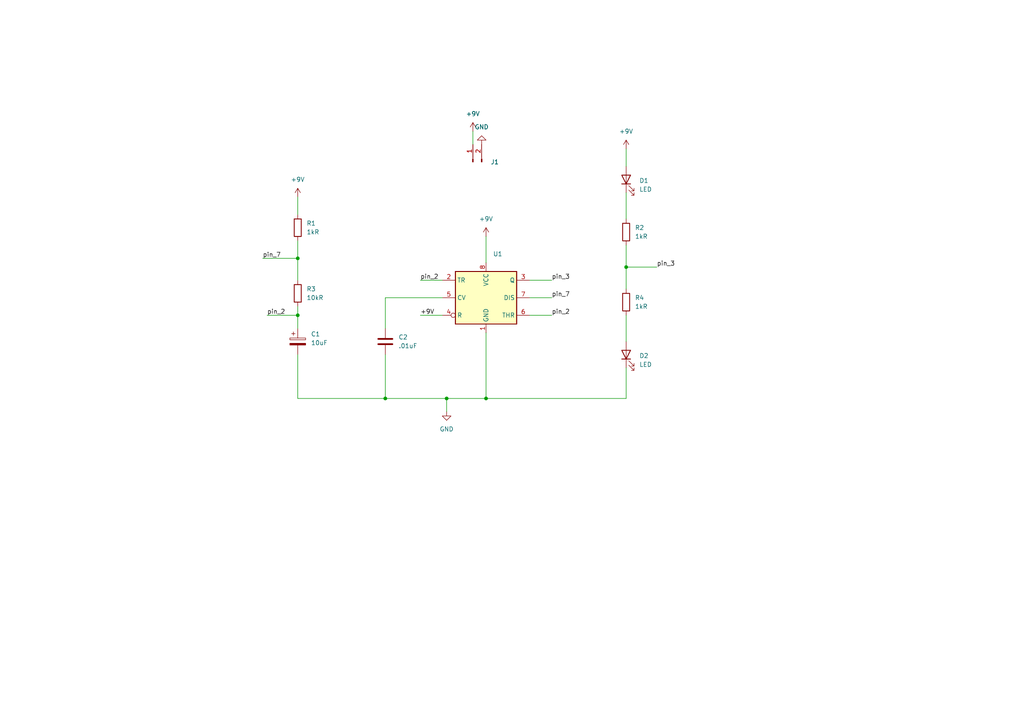
<source format=kicad_sch>
(kicad_sch (version 20211123) (generator eeschema)
  (paper "A4")
  (title_block (title "Lab 4 Exercise 2"))
  (lib_symbols
    (symbol "Connector:Conn_01x02_Male" (pin_names (offset 1.016) hide)
      (property "Reference" "J" (at 0 2.54 0))
      (property "Value" "Conn_01x02_Male" (at 0 -5.08 0))
      (symbol "Conn_01x02_Male_1_1"
        (polyline (pts (xy 1.27 -2.54) (xy 0.8636 -2.54)) (stroke (width 0.1524)))
        (polyline (pts (xy 1.27 0) (xy 0.8636 0)) (stroke (width 0.1524)))
        (rectangle (start 0.8636 -2.413) (end 0 -2.667) (stroke (width 0.1524)) (fill (type outline)))
        (rectangle (start 0.8636 0.127) (end 0 -0.127) (stroke (width 0.1524)) (fill (type outline)))
        (pin passive line (at 5.08 0 180) (length 3.81) (name "Pin_1") (number "1"))
        (pin passive line (at 5.08 -2.54 180) (length 3.81) (name "Pin_2") (number "2"))
      )
    )
    (symbol "Device:C" (pin_numbers hide) (pin_names (offset 0.254))
      (property "Reference" "C" (at 0.635 2.54 0))
      (property "Value" "C" (at 0.635 -2.54 0))
      (symbol "C_0_1"
        (polyline (pts (xy -2.032 -0.762) (xy 2.032 -0.762)) (stroke (width 0.508)))
        (polyline (pts (xy -2.032 0.762) (xy 2.032 0.762)) (stroke (width 0.508)))
      )
      (symbol "C_1_1"
        (pin passive line (at 0 3.81 270) (length 2.794) (name "~") (number "1"))
        (pin passive line (at 0 -3.81 90) (length 2.794) (name "~") (number "2"))
      )
    )
    (symbol "Device:C_Polarized" (pin_numbers hide) (pin_names (offset 0.254))
      (property "Reference" "C" (at 0.635 2.54 0))
      (property "Value" "C_Polarized" (at 0.635 -2.54 0))
      (symbol "C_Polarized_0_1"
        (rectangle (start -2.286 0.508) (end 2.286 1.016))
        (polyline (pts (xy -1.778 2.286) (xy -0.762 2.286)))
        (polyline (pts (xy -1.27 2.794) (xy -1.27 1.778)))
        (rectangle (start 2.286 -0.508) (end -2.286 -1.016) (fill (type outline)))
      )
      (symbol "C_Polarized_1_1"
        (pin passive line (at 0 3.81 270) (length 2.794) (name "~") (number "1"))
        (pin passive line (at 0 -3.81 90) (length 2.794) (name "~") (number "2"))
      )
    )
    (symbol "Device:LED" (pin_numbers hide) (pin_names (offset 1.016) hide)
      (property "Reference" "D" (at 0 2.54 0))
      (property "Value" "LED" (at 0 -2.54 0))
      (symbol "LED_0_1"
        (polyline (pts (xy -1.27 -1.27) (xy -1.27 1.27)) (stroke (width 0.254)))
        (polyline (pts (xy -1.27 0) (xy 1.27 0)))
        (polyline (pts (xy 1.27 -1.27) (xy 1.27 1.27) (xy -1.27 0) (xy 1.27 -1.27)) (stroke (width 0.254)))
        (polyline (pts (xy -3.048 -0.762) (xy -4.572 -2.286) (xy -3.81 -2.286) (xy -4.572 -2.286) (xy -4.572 -1.524)))
        (polyline (pts (xy -1.778 -0.762) (xy -3.302 -2.286) (xy -2.54 -2.286) (xy -3.302 -2.286) (xy -3.302 -1.524)))
      )
      (symbol "LED_1_1"
        (pin passive line (at -3.81 0 0) (length 2.54) (name "K") (number "1"))
        (pin passive line (at 3.81 0 180) (length 2.54) (name "A") (number "2"))
      )
    )
    (symbol "Device:R" (pin_numbers hide) (pin_names (offset 0))
      (property "Reference" "R" (at 2.032 0 90))
      (property "Value" "R" (at 0 0 90))
      (symbol "R_0_1"
        (rectangle (start -1.016 -2.54) (end 1.016 2.54) (stroke (width 0.254)))
      )
      (symbol "R_1_1"
        (pin passive line (at 0 3.81 270) (length 1.27) (name "~") (number "1"))
        (pin passive line (at 0 -3.81 90) (length 1.27) (name "~") (number "2"))
      )
    )
    (symbol "Timer:NE555D"
      (property "Reference" "U" (at -10.16 8.89 0))
      (property "Value" "NE555D" (at 2.54 8.89 0))
      (symbol "NE555D_0_0"
        (pin power_in line (at 0 -10.16 90) (length 2.54) (name "GND") (number "1"))
        (pin power_in line (at 0 10.16 270) (length 2.54) (name "VCC") (number "8"))
      )
      (symbol "NE555D_0_1"
        (rectangle (start -8.89 -7.62) (end 8.89 7.62) (stroke (width 0.254)) (fill (type background)))
        (rectangle (start -8.89 -7.62) (end 8.89 7.62) (stroke (width 0.254)) (fill (type background)))
      )
      (symbol "NE555D_1_1"
        (pin input line (at -12.7 5.08 0) (length 3.81) (name "TR") (number "2"))
        (pin output line (at 12.7 5.08 180) (length 3.81) (name "Q") (number "3"))
        (pin input inverted (at -12.7 -5.08 0) (length 3.81) (name "R") (number "4"))
        (pin input line (at -12.7 0 0) (length 3.81) (name "CV") (number "5"))
        (pin input line (at 12.7 -5.08 180) (length 3.81) (name "THR") (number "6"))
        (pin input line (at 12.7 0 180) (length 3.81) (name "DIS") (number "7"))
      )
    )
    (symbol "power:+9V" (power) (pin_names (offset 0))
      (property "Value" "+9V" (at 0 3.556 0))
      (symbol "+9V_0_1"
        (polyline (pts (xy -0.762 1.27) (xy 0 2.54)))
        (polyline (pts (xy 0 0) (xy 0 2.54)))
        (polyline (pts (xy 0 2.54) (xy 0.762 1.27)))
      )
      (symbol "+9V_1_1"
        (pin power_in line (at 0 0 90) (length 0) hide (name "+9V") (number "1"))
      )
    )
    (symbol "power:GND" (power) (pin_names (offset 0))
      (property "Value" "GND" (at 0 -3.81 0))
      (symbol "GND_0_1"
        (polyline (pts (xy 0 0) (xy 0 -1.27) (xy 1.27 -1.27) (xy 0 -2.54) (xy -1.27 -1.27) (xy 0 -1.27)))
      )
      (symbol "GND_1_1"
        (pin power_in line (at 0 0 270) (length 0) hide (name "GND") (number "1"))
      )
    )
  )
  (junction (at 86.36 74.93))
  (junction (at 111.76 115.57))
  (junction (at 86.36 91.44))
  (junction (at 140.97 115.57))
  (junction (at 181.61 77.47))
  (junction (at 129.54 115.57))
  (wire (pts (xy 140.97 68.58) (xy 140.97 76.2)))
  (wire (pts (xy 181.61 91.44) (xy 181.61 99.06)))
  (wire (pts (xy 129.54 115.57) (xy 111.76 115.57)))
  (wire (pts (xy 121.92 81.28) (xy 128.27 81.28)))
  (wire (pts (xy 111.76 115.57) (xy 111.76 102.87)))
  (wire (pts (xy 86.36 91.44) (xy 86.36 95.25)))
  (wire (pts (xy 181.61 77.47) (xy 190.5 77.47)))
  (wire (pts (xy 111.76 115.57) (xy 86.36 115.57)))
  (wire (pts (xy 181.61 55.88) (xy 181.61 63.5)))
  (wire (pts (xy 181.61 106.68) (xy 181.61 115.57)))
  (wire (pts (xy 153.67 91.44) (xy 160.02 91.44)))
  (wire (pts (xy 140.97 96.52) (xy 140.97 115.57)))
  (wire (pts (xy 181.61 71.12) (xy 181.61 77.47)))
  (wire (pts (xy 76.2 74.93) (xy 86.36 74.93)))
  (wire (pts (xy 86.36 115.57) (xy 86.36 102.87)))
  (wire (pts (xy 140.97 115.57) (xy 129.54 115.57)))
  (wire (pts (xy 86.36 57.15) (xy 86.36 62.23)))
  (wire (pts (xy 111.76 86.36) (xy 111.76 95.25)))
  (wire (pts (xy 86.36 74.93) (xy 86.36 81.28)))
  (wire (pts (xy 137.16 38.1) (xy 137.16 41.91)))
  (wire (pts (xy 128.27 86.36) (xy 111.76 86.36)))
  (wire (pts (xy 129.54 115.57) (xy 129.54 119.38)))
  (wire (pts (xy 121.92 91.44) (xy 128.27 91.44)))
  (wire (pts (xy 181.61 77.47) (xy 181.61 83.82)))
  (wire (pts (xy 153.67 86.36) (xy 160.02 86.36)))
  (wire (pts (xy 77.47 91.44) (xy 86.36 91.44)))
  (wire (pts (xy 86.36 88.9) (xy 86.36 91.44)))
  (wire (pts (xy 181.61 43.18) (xy 181.61 48.26)))
  (wire (pts (xy 86.36 69.85) (xy 86.36 74.93)))
  (wire (pts (xy 153.67 81.28) (xy 160.02 81.28)))
  (wire (pts (xy 181.61 115.57) (xy 140.97 115.57)))
  (label "pin_2" (at 77.47 91.44 0))
  (label "pin_3" (at 160.02 81.28 0))
  (label "pin_7" (at 160.02 86.36 0))
  (label "pin_7" (at 76.2 74.93 0))
  (label "pin_2" (at 121.92 81.28 0))
  (label "+9V" (at 121.92 91.44 0))
  (label "pin_3" (at 190.5 77.47 0))
  (label "pin_2" (at 160.02 91.44 0))
  (symbol (lib_id "Device:R") (at 86.36 85.09 0) (unit 1)
    (property "Reference" "R3" (at 88.9 83.8199 0) (effects (justify left)))
    (property "Value" "10kR" (at 88.9 86.3599 0) (effects (justify left)))
  )
  (symbol (lib_id "power:+9V") (at 137.16 38.1 0) (unit 1)
    (property "Reference" "#PWR03" (effects hide))
    (property "Value" "+9V" (at 137.16 33.02 0))
  )
  (symbol (lib_id "power:+9V") (at 140.97 68.58 0) (unit 1)
    (property "Reference" "#PWR05" (effects hide))
    (property "Value" "+9V" (at 140.97 63.5 0))
  )
  (symbol (lib_id "Device:R") (at 181.61 67.31 0) (unit 1)
    (property "Reference" "R2" (at 184.15 66.0399 0) (effects (justify left)))
    (property "Value" "1kR" (at 184.15 68.5799 0) (effects (justify left)))
  )
  (symbol (lib_id "Device:LED") (at 181.61 52.07 90) (unit 1)
    (property "Reference" "D1" (at 185.42 52.3874 90) (effects (justify right)))
    (property "Value" "LED" (at 185.42 54.9274 90) (effects (justify right)))
  )
  (symbol (lib_id "Device:C") (at 111.76 99.06 0) (unit 1)
    (property "Reference" "C2" (at 115.57 97.7899 0) (effects (justify left)))
    (property "Value" ".01uF" (at 115.57 100.3299 0) (effects (justify left)))
  )
  (symbol (lib_id "power:+9V") (at 181.61 43.18 0) (unit 1)
    (property "Reference" "#PWR06" (effects hide))
    (property "Value" "+9V" (at 181.61 38.1 0))
  )
  (symbol (lib_id "power:GND") (at 129.54 119.38 0) (unit 1)
    (property "Reference" "#PWR02" (effects hide))
    (property "Value" "GND" (at 129.54 124.46 0))
  )
  (symbol (lib_id "power:+9V") (at 86.36 57.15 0) (unit 1)
    (property "Reference" "#PWR01" (effects hide))
    (property "Value" "+9V" (at 86.36 52.07 0))
  )
  (symbol (lib_id "Connector:Conn_01x02_Male") (at 137.16 46.99 90) (unit 1)
    (property "Reference" "J1" (at 143.51 46.99 90))
    (property "Value" "Conn_01x02_Male" (effects hide))
  )
  (symbol (lib_id "Device:LED") (at 181.61 102.87 90) (unit 1)
    (property "Reference" "D2" (at 185.42 103.1874 90) (effects (justify right)))
    (property "Value" "LED" (at 185.42 105.7274 90) (effects (justify right)))
  )
  (symbol (lib_id "power:GND") (at 139.7 41.91 180) (unit 1)
    (property "Reference" "#PWR04" (effects hide))
    (property "Value" "GND" (at 139.7 36.83 0))
  )
  (symbol (lib_id "Device:C_Polarized") (at 86.36 99.06 0) (unit 1)
    (property "Reference" "C1" (at 90.17 96.9009 0) (effects (justify left)))
    (property "Value" "10uF" (at 90.17 99.4409 0) (effects (justify left)))
  )
  (symbol (lib_id "Device:R") (at 181.61 87.63 0) (unit 1)
    (property "Reference" "R4" (at 184.15 86.3599 0) (effects (justify left)))
    (property "Value" "1kR" (at 184.15 88.8999 0) (effects (justify left)))
  )
  (symbol (lib_id "Timer:NE555D") (at 140.97 86.36 0) (unit 1)
    (property "Reference" "U1" (at 142.9894 73.66 0) (effects (justify left)))
    (property "Value" "NE555D" (effects hide))
    (property "Footprint" "Package_SO:SOIC-8_3.9x4.9mm_P1.27mm" (effects hide))
    (property "Datasheet" "http://www.ti.com/lit/ds/symlink/ne555.pdf" (effects hide))
  )
  (symbol (lib_id "Device:R") (at 86.36 66.04 0) (unit 1)
    (property "Reference" "R1" (at 88.9 64.7699 0) (effects (justify left)))
    (property "Value" "1kR" (at 88.9 67.3099 0) (effects (justify left)))
  )
)
</source>
